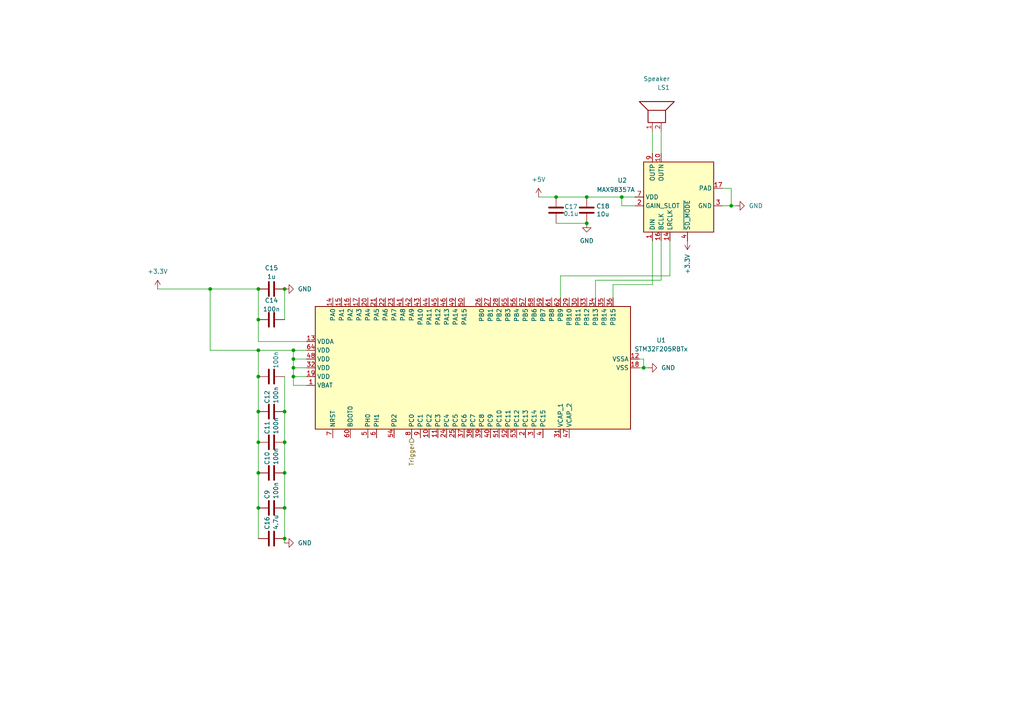
<source format=kicad_sch>
(kicad_sch (version 20250114) (generator "eeschema") (generator_version "9.0")
  (paper "A4")
  (lib_symbols
    (symbol "Audio:MAX98357A"
      (property "Reference" "U2" (at 4.826 14.986 90))
      (property "Value" "MAX98357A" (at 2.1433 12.7 90))
      (symbol "MAX98357A_1_1"
        (rectangle (start -10.16 10.16) (end 10.16 -10.16) (stroke (width 0.254)) (fill (type background)))
        (pin input line (at -12.7 7.62 0) (length 2.54) (name "DIN") (number "1"))
        (pin input line (at -12.7 5.08 0) (length 2.54) (name "BCLK") (number "16"))
        (pin input line (at -12.7 2.54 0) (length 2.54) (name "LRCLK") (number "14"))
        (pin input line (at -12.7 -2.54 0) (length 2.54) (name "~{SD_MODE}") (number "4"))
        (pin passive line (at -2.54 12.7 270) (length 2.54) (name "GAIN_SLOT") (number "2"))
        (pin passive line (at -2.54 -12.7 90) (length 2.54) (hide yes) (name "GND") (number "11"))
        (pin passive line (at -2.54 -12.7 90) (length 2.54) (hide yes) (name "GND") (number "15"))
        (pin power_in line (at -2.54 -12.7 90) (length 2.54) (name "GND") (number "3"))
        (pin power_in line (at 0 12.7 270) (length 2.54) (name "VDD") (number "7"))
        (pin passive line (at 0 12.7 270) (length 2.54) (hide yes) (name "VDD") (number "8"))
        (pin unspecified line (at 2.54 -12.7 90) (length 2.54) (name "PAD") (number "17"))
        (pin no_connect line (at 10.16 2.54 180) (length 2.54) (hide yes) (name "NC") (number "5"))
        (pin no_connect line (at 10.16 0 180) (length 2.54) (hide yes) (name "NC") (number "6"))
        (pin no_connect line (at 10.16 -5.08 180) (length 2.54) (hide yes) (name "NC") (number "12"))
        (pin no_connect line (at 10.16 -7.62 180) (length 2.54) (hide yes) (name "NC") (number "13"))
        (pin output line (at 12.7 7.62 180) (length 2.54) (name "OUTP") (number "9"))
        (pin output line (at 12.7 5.08 180) (length 2.54) (name "OUTN") (number "10"))
      )
    )
    (symbol "Device:C" (pin_numbers (hide yes)) (pin_names (offset 0.254))
      (property "Reference" "C" (at 0.635 2.54 0))
      (property "Value" "C" (at 0.635 -2.54 0))
      (symbol "C_0_1"
        (polyline (pts (xy -2.032 0.762) (xy 2.032 0.762)) (stroke (width 0.508)))
        (polyline (pts (xy -2.032 -0.762) (xy 2.032 -0.762)) (stroke (width 0.508)))
      )
      (symbol "C_1_1"
        (pin passive line (at 0 3.81 270) (length 2.794) (name "~") (number "1"))
        (pin passive line (at 0 -3.81 90) (length 2.794) (name "~") (number "2"))
      )
    )
    (symbol "Device:Speaker" (pin_names (offset 0) (hide yes))
      (property "Reference" "LS" (at 1.27 5.715 0))
      (property "Value" "Speaker" (at 1.27 3.81 0))
      (symbol "Speaker_0_0"
        (rectangle (start -2.54 1.27) (end 1.016 -3.81) (stroke (width 0.254)))
        (polyline (pts (xy 1.016 1.27) (xy 3.556 3.81) (xy 3.556 -6.35) (xy 1.016 -3.81)) (stroke (width 0.254)))
      )
      (symbol "Speaker_1_1"
        (pin input line (at -5.08 0 0) (length 2.54) (name "1") (number "1"))
        (pin input line (at -5.08 -2.54 0) (length 2.54) (name "2") (number "2"))
      )
    )
    (symbol "MCU_ST_STM32F2:STM32F205RBTx"
      (property "Reference" "U" (at -17.78 46.99 0))
      (property "Value" "STM32F205RBTx" (at 10.16 46.99 0))
      (symbol "STM32F205RBTx_0_1"
        (rectangle (start -17.78 -45.72) (end 17.78 45.72) (stroke (width 0.254)) (fill (type background)))
      )
      (symbol "STM32F205RBTx_1_1"
        (pin input line (at -20.32 40.64 0) (length 2.54) (name "NRST") (number "7"))
        (pin input line (at -20.32 35.56 0) (length 2.54) (name "BOOT0") (number "60"))
        (pin bidirectional line (at -20.32 30.48 0) (length 2.54) (name "PH0") (number "5"))
        (pin bidirectional line (at -20.32 27.94 0) (length 2.54) (name "PH1") (number "6"))
        (pin bidirectional line (at -20.32 22.86 0) (length 2.54) (name "PD2") (number "54"))
        (pin bidirectional line (at -20.32 17.78 0) (length 2.54) (name "PC0") (number "8"))
        (pin bidirectional line (at -20.32 15.24 0) (length 2.54) (name "PC1") (number "9"))
        (pin bidirectional line (at -20.32 12.7 0) (length 2.54) (name "PC2") (number "10"))
        (pin bidirectional line (at -20.32 10.16 0) (length 2.54) (name "PC3") (number "11"))
        (pin bidirectional line (at -20.32 7.62 0) (length 2.54) (name "PC4") (number "24"))
        (pin bidirectional line (at -20.32 5.08 0) (length 2.54) (name "PC5") (number "25"))
        (pin bidirectional line (at -20.32 2.54 0) (length 2.54) (name "PC6") (number "37"))
        (pin bidirectional line (at -20.32 0 0) (length 2.54) (name "PC7") (number "38"))
        (pin bidirectional line (at -20.32 -2.54 0) (length 2.54) (name "PC8") (number "39"))
        (pin bidirectional line (at -20.32 -5.08 0) (length 2.54) (name "PC9") (number "40"))
        (pin bidirectional line (at -20.32 -7.62 0) (length 2.54) (name "PC10") (number "51"))
        (pin bidirectional line (at -20.32 -10.16 0) (length 2.54) (name "PC11") (number "52"))
        (pin bidirectional line (at -20.32 -12.7 0) (length 2.54) (name "PC12") (number "53"))
        (pin bidirectional line (at -20.32 -15.24 0) (length 2.54) (name "PC13") (number "2"))
        (pin bidirectional line (at -20.32 -17.78 0) (length 2.54) (name "PC14") (number "3"))
        (pin bidirectional line (at -20.32 -20.32 0) (length 2.54) (name "PC15") (number "4"))
        (pin power_out line (at -20.32 -25.4 0) (length 2.54) (name "VCAP_1") (number "31"))
        (pin power_out line (at -20.32 -27.94 0) (length 2.54) (name "VCAP_2") (number "47"))
        (pin power_in line (at -5.08 48.26 270) (length 2.54) (name "VBAT") (number "1"))
        (pin power_in line (at -2.54 48.26 270) (length 2.54) (name "VDD") (number "19"))
        (pin power_in line (at 0 48.26 270) (length 2.54) (name "VDD") (number "32"))
        (pin power_in line (at 0 -48.26 90) (length 2.54) (name "VSS") (number "18"))
        (pin passive line (at 0 -48.26 90) (length 2.54) (hide yes) (name "VSS") (number "63"))
        (pin power_in line (at 2.54 48.26 270) (length 2.54) (name "VDD") (number "48"))
        (pin power_in line (at 2.54 -48.26 90) (length 2.54) (name "VSSA") (number "12"))
        (pin power_in line (at 5.08 48.26 270) (length 2.54) (name "VDD") (number "64"))
        (pin power_in line (at 7.62 48.26 270) (length 2.54) (name "VDDA") (number "13"))
        (pin bidirectional line (at 20.32 40.64 180) (length 2.54) (name "PA0") (number "14"))
        (pin bidirectional line (at 20.32 38.1 180) (length 2.54) (name "PA1") (number "15"))
        (pin bidirectional line (at 20.32 35.56 180) (length 2.54) (name "PA2") (number "16"))
        (pin bidirectional line (at 20.32 33.02 180) (length 2.54) (name "PA3") (number "17"))
        (pin bidirectional line (at 20.32 30.48 180) (length 2.54) (name "PA4") (number "20"))
        (pin bidirectional line (at 20.32 27.94 180) (length 2.54) (name "PA5") (number "21"))
        (pin bidirectional line (at 20.32 25.4 180) (length 2.54) (name "PA6") (number "22"))
        (pin bidirectional line (at 20.32 22.86 180) (length 2.54) (name "PA7") (number "23"))
        (pin bidirectional line (at 20.32 20.32 180) (length 2.54) (name "PA8") (number "41"))
        (pin bidirectional line (at 20.32 17.78 180) (length 2.54) (name "PA9") (number "42"))
        (pin bidirectional line (at 20.32 15.24 180) (length 2.54) (name "PA10") (number "43"))
        (pin bidirectional line (at 20.32 12.7 180) (length 2.54) (name "PA11") (number "44"))
        (pin bidirectional line (at 20.32 10.16 180) (length 2.54) (name "PA12") (number "45"))
        (pin bidirectional line (at 20.32 7.62 180) (length 2.54) (name "PA13") (number "46"))
        (pin bidirectional line (at 20.32 5.08 180) (length 2.54) (name "PA14") (number "49"))
        (pin bidirectional line (at 20.32 2.54 180) (length 2.54) (name "PA15") (number "50"))
        (pin bidirectional line (at 20.32 -2.54 180) (length 2.54) (name "PB0") (number "26"))
        (pin bidirectional line (at 20.32 -5.08 180) (length 2.54) (name "PB1") (number "27"))
        (pin bidirectional line (at 20.32 -7.62 180) (length 2.54) (name "PB2") (number "28"))
        (pin bidirectional line (at 20.32 -10.16 180) (length 2.54) (name "PB3") (number "55"))
        (pin bidirectional line (at 20.32 -12.7 180) (length 2.54) (name "PB4") (number "56"))
        (pin bidirectional line (at 20.32 -15.24 180) (length 2.54) (name "PB5") (number "57"))
        (pin bidirectional line (at 20.32 -17.78 180) (length 2.54) (name "PB6") (number "58"))
        (pin bidirectional line (at 20.32 -20.32 180) (length 2.54) (name "PB7") (number "59"))
        (pin bidirectional line (at 20.32 -22.86 180) (length 2.54) (name "PB8") (number "61"))
        (pin bidirectional line (at 20.32 -25.4 180) (length 2.54) (name "PB9") (number "62"))
        (pin bidirectional line (at 20.32 -27.94 180) (length 2.54) (name "PB10") (number "29"))
        (pin bidirectional line (at 20.32 -30.48 180) (length 2.54) (name "PB11") (number "30"))
        (pin bidirectional line (at 20.32 -33.02 180) (length 2.54) (name "PB12") (number "33"))
        (pin bidirectional line (at 20.32 -35.56 180) (length 2.54) (name "PB13") (number "34"))
        (pin bidirectional line (at 20.32 -38.1 180) (length 2.54) (name "PB14") (number "35"))
        (pin bidirectional line (at 20.32 -40.64 180) (length 2.54) (name "PB15") (number "36"))
      )
    )
    (symbol "power:+3.3V" (power) (pin_numbers (hide yes)) (pin_names (offset 0) (hide yes))
      (property "Value" "+3.3V" (at 0 3.556 0))
      (symbol "+3.3V_0_1"
        (polyline (pts (xy -0.762 1.27) (xy 0 2.54)))
        (polyline (pts (xy 0 2.54) (xy 0.762 1.27)))
        (polyline (pts (xy 0 0) (xy 0 2.54)))
      )
      (symbol "+3.3V_1_1"
        (pin power_in line (at 0 0 90) (length 0) (name "~") (number "1"))
      )
    )
    (symbol "power:+5V" (power) (pin_numbers (hide yes)) (pin_names (offset 0) (hide yes))
      (property "Value" "+5V" (at 0 3.556 0))
      (symbol "+5V_0_1"
        (polyline (pts (xy -0.762 1.27) (xy 0 2.54)))
        (polyline (pts (xy 0 2.54) (xy 0.762 1.27)))
        (polyline (pts (xy 0 0) (xy 0 2.54)))
      )
      (symbol "+5V_1_1"
        (pin power_in line (at 0 0 90) (length 0) (name "~") (number "1"))
      )
    )
    (symbol "power:GND" (power) (pin_numbers (hide yes)) (pin_names (offset 0) (hide yes))
      (property "Value" "GND" (at 0 -3.81 0))
      (symbol "GND_0_1"
        (polyline (pts (xy 0 0) (xy 0 -1.27) (xy 1.27 -1.27) (xy 0 -2.54) (xy -1.27 -1.27) (xy 0 -1.27)))
      )
      (symbol "GND_1_1"
        (pin power_in line (at 0 0 270) (length 0) (name "~") (number "1"))
      )
    )
  )
  (junction (at 74.93 109.22))
  (junction (at 186.69 106.68))
  (junction (at 74.93 83.82))
  (junction (at 85.09 101.6))
  (junction (at 82.55 119.38))
  (junction (at 82.55 128.27))
  (junction (at 74.93 119.38))
  (junction (at 85.09 104.14))
  (junction (at 74.93 128.27))
  (junction (at 85.09 106.68))
  (junction (at 170.18 57.15))
  (junction (at 82.55 83.82))
  (junction (at 82.55 156.21))
  (junction (at 170.18 64.77))
  (junction (at 74.93 137.16))
  (junction (at 180.34 57.15))
  (junction (at 74.93 101.6))
  (junction (at 212.09 59.69))
  (junction (at 85.09 109.22))
  (junction (at 161.29 57.15))
  (junction (at 82.55 137.16))
  (junction (at 60.96 83.82))
  (junction (at 74.93 92.71))
  (junction (at 74.93 147.32))
  (junction (at 82.55 147.32))
  (wire (pts (xy 82.55 137.16) (xy 82.55 147.32)))
  (wire (pts (xy 187.96 106.68) (xy 186.69 106.68)))
  (wire (pts (xy 45.72 83.82) (xy 60.96 83.82)))
  (wire (pts (xy 162.56 86.36) (xy 162.56 80.01)))
  (wire (pts (xy 172.72 86.36) (xy 172.72 81.28)))
  (wire (pts (xy 74.93 83.82) (xy 74.93 92.71)))
  (wire (pts (xy 74.93 99.06) (xy 88.9 99.06)))
  (wire (pts (xy 85.09 109.22) (xy 85.09 111.76)))
  (wire (pts (xy 213.36 59.69) (xy 212.09 59.69)))
  (wire (pts (xy 60.96 83.82) (xy 60.96 101.6)))
  (wire (pts (xy 189.23 82.55) (xy 189.23 69.85)))
  (wire (pts (xy 170.18 57.15) (xy 180.34 57.15)))
  (wire (pts (xy 74.93 101.6) (xy 85.09 101.6)))
  (wire (pts (xy 85.09 104.14) (xy 88.9 104.14)))
  (wire (pts (xy 186.69 104.14) (xy 185.42 104.14)))
  (wire (pts (xy 74.93 147.32) (xy 74.93 156.21)))
  (wire (pts (xy 85.09 106.68) (xy 88.9 106.68)))
  (wire (pts (xy 85.09 111.76) (xy 88.9 111.76)))
  (wire (pts (xy 74.93 128.27) (xy 74.93 137.16)))
  (wire (pts (xy 82.55 156.21) (xy 82.55 157.48)))
  (wire (pts (xy 212.09 54.61) (xy 212.09 59.69)))
  (wire (pts (xy 191.77 81.28) (xy 191.77 69.85)))
  (wire (pts (xy 85.09 101.6) (xy 88.9 101.6)))
  (wire (pts (xy 194.31 80.01) (xy 194.31 69.85)))
  (wire (pts (xy 180.34 59.69) (xy 184.15 59.69)))
  (wire (pts (xy 85.09 104.14) (xy 85.09 106.68)))
  (wire (pts (xy 180.34 57.15) (xy 180.34 59.69)))
  (wire (pts (xy 156.21 57.15) (xy 161.29 57.15)))
  (wire (pts (xy 74.93 101.6) (xy 74.93 109.22)))
  (wire (pts (xy 74.93 92.71) (xy 74.93 99.06)))
  (wire (pts (xy 85.09 106.68) (xy 85.09 109.22)))
  (wire (pts (xy 186.69 106.68) (xy 185.42 106.68)))
  (wire (pts (xy 172.72 81.28) (xy 191.77 81.28)))
  (wire (pts (xy 85.09 109.22) (xy 88.9 109.22)))
  (wire (pts (xy 60.96 101.6) (xy 74.93 101.6)))
  (wire (pts (xy 74.93 109.22) (xy 74.93 119.38)))
  (wire (pts (xy 194.31 80.01) (xy 162.56 80.01)))
  (wire (pts (xy 186.69 104.14) (xy 186.69 106.68)))
  (wire (pts (xy 209.55 54.61) (xy 212.09 54.61)))
  (wire (pts (xy 82.55 147.32) (xy 82.55 156.21)))
  (wire (pts (xy 177.8 86.36) (xy 177.8 82.55)))
  (wire (pts (xy 82.55 128.27) (xy 82.55 137.16)))
  (wire (pts (xy 191.77 44.45) (xy 191.77 38.1)))
  (wire (pts (xy 189.23 44.45) (xy 189.23 38.1)))
  (wire (pts (xy 82.55 109.22) (xy 82.55 119.38)))
  (wire (pts (xy 85.09 101.6) (xy 85.09 104.14)))
  (wire (pts (xy 74.93 137.16) (xy 74.93 147.32)))
  (wire (pts (xy 161.29 57.15) (xy 170.18 57.15)))
  (wire (pts (xy 74.93 119.38) (xy 74.93 128.27)))
  (wire (pts (xy 177.8 82.55) (xy 189.23 82.55)))
  (wire (pts (xy 60.96 83.82) (xy 74.93 83.82)))
  (wire (pts (xy 212.09 59.69) (xy 209.55 59.69)))
  (wire (pts (xy 161.29 64.77) (xy 170.18 64.77)))
  (wire (pts (xy 82.55 83.82) (xy 82.55 92.71)))
  (wire (pts (xy 180.34 57.15) (xy 184.15 57.15)))
  (wire (pts (xy 82.55 119.38) (xy 82.55 128.27)))
  (hierarchical_label "Trigger" (shape input) (at 119.38 127 270))
  (symbol (lib_id "power:+3.3V") (at 45.72 83.82 0) (unit 1)
    (property "Reference" "#PWR06" (effects (hide yes)))
    (property "Value" "+3.3V" (at 45.72 78.74 0))
    (property "Description" "Power symbol creates a global label with name \"+3.3V\"" (effects (hide yes)))
  )
  (symbol (lib_id "power:GND") (at 82.55 83.82 90) (unit 1)
    (property "Reference" "#PWR013" (effects (hide yes)))
    (property "Value" "GND" (at 86.36 83.8199 90) (effects (justify right)))
    (property "Description" "Power symbol creates a global label with name \"GND\" , ground" (effects (hide yes)))
  )
  (symbol (lib_id "Device:C") (at 78.74 137.16 90) (unit 1)
    (property "Reference" "C10" (at 77.47 134.874 0) (effects (justify left)))
    (property "Value" "100n" (at 80.01 134.874 0) (effects (justify left)))
    (property "Description" "Unpolarized capacitor" (effects (hide yes)))
  )
  (symbol (lib_id "power:GND") (at 82.55 157.48 90) (unit 1)
    (property "Reference" "#PWR011" (effects (hide yes)))
    (property "Value" "GND" (at 86.36 157.4799 90) (effects (justify right)))
    (property "Description" "Power symbol creates a global label with name \"GND\" , ground" (effects (hide yes)))
  )
  (symbol (lib_id "MCU_ST_STM32F2:STM32F205RBTx") (at 137.16 106.68 90) (unit 1)
    (property "Reference" "U1" (at 191.77 98.6946 90))
    (property "Value" "STM32F205RBTx" (at 191.77 101.2346 90))
    (property "Footprint" "Package_QFP:LQFP-64_10x10mm_P0.5mm" (effects (hide yes)))
    (property "Datasheet" "https://www.st.com/resource/en/datasheet/stm32f205rb.pdf" (effects (hide yes)))
    (property "Description" "STMicroelectronics Arm Cortex-M3 MCU, 128KB flash, 64KB RAM, 120 MHz, 1.8-3.6V, 51 GPIO, LQFP64" (effects (hide yes)))
  )
  (symbol (lib_id "power:GND") (at 187.96 106.68 90) (unit 1)
    (property "Reference" "#PWR012" (effects (hide yes)))
    (property "Value" "GND" (at 191.77 106.6799 90) (effects (justify right)))
    (property "Description" "Power symbol creates a global label with name \"GND\" , ground" (effects (hide yes)))
  )
  (symbol (lib_id "power:GND") (at 170.18 64.77 0) (unit 1)
    (property "Reference" "#PWR014" (effects (hide yes)))
    (property "Value" "GND" (at 170.18 69.85 0))
    (property "Description" "Power symbol creates a global label with name \"GND\" , ground" (effects (hide yes)))
  )
  (symbol (lib_id "power:GND") (at 213.36 59.69 90) (unit 1)
    (property "Reference" "#PWR010" (effects (hide yes)))
    (property "Value" "GND" (at 217.17 59.6899 90) (effects (justify right)))
    (property "Description" "Power symbol creates a global label with name \"GND\" , ground" (effects (hide yes)))
  )
  (symbol (lib_id "power:+5V") (at 156.21 57.15 0) (unit 1)
    (property "Reference" "#PWR018" (effects (hide yes)))
    (property "Value" "+5V" (at 156.21 52.07 0))
    (property "Description" "Power symbol creates a global label with name \"+5V\"" (effects (hide yes)))
  )
  (symbol (lib_id "Device:C") (at 78.74 83.82 270) (unit 1)
    (property "Reference" "C15" (at 78.74 77.724 90))
    (property "Value" "1u" (at 78.74 80.264 90))
    (property "Description" "Unpolarized capacitor" (effects (hide yes)))
  )
  (symbol (lib_id "Device:C") (at 78.74 156.21 90) (unit 1)
    (property "Reference" "C16" (at 77.47 153.67 0) (effects (justify left)))
    (property "Value" "4.7u'" (at 80.01 153.67 0) (effects (justify left)))
    (property "Description" "Unpolarized capacitor" (effects (hide yes)))
  )
  (symbol (lib_id "Device:C") (at 78.74 109.22 90) (unit 1)
    (property "Reference" "C13" (effects (hide yes)))
    (property "Value" "100n" (at 80.01 106.934 0) (effects (justify left)))
    (property "Description" "Unpolarized capacitor" (effects (hide yes)))
  )
  (symbol (lib_id "Device:C") (at 78.74 92.71 270) (unit 1)
    (property "Reference" "C14" (at 78.74 87.122 90))
    (property "Value" "100n" (at 78.74 89.662 90))
    (property "Description" "Unpolarized capacitor" (effects (hide yes)))
  )
  (symbol (lib_id "Device:C") (at 170.18 60.96 180) (unit 1)
    (property "Reference" "C18" (at 174.879 59.817 0))
    (property "Value" "10u" (at 174.879 62.103 0))
    (property "Description" "Unpolarized capacitor" (effects (hide yes)))
  )
  (symbol (lib_id "Device:C") (at 78.74 128.27 90) (unit 1)
    (property "Reference" "C11" (at 77.47 125.984 0) (effects (justify left)))
    (property "Value" "100n" (at 80.01 125.984 0) (effects (justify left)))
    (property "Description" "Unpolarized capacitor" (effects (hide yes)))
  )
  (symbol (lib_id "Device:C") (at 161.29 60.96 180) (unit 1)
    (property "Reference" "C17" (at 165.608 59.944 0))
    (property "Value" "0.1u" (at 165.608 61.976 0))
    (property "Description" "Unpolarized capacitor" (effects (hide yes)))
  )
  (symbol (lib_id "power:+3.3V") (at 199.39 69.85 180) (unit 1)
    (property "Reference" "#PWR019" (effects (hide yes)))
    (property "Value" "+3.3V" (at 199.3901 73.66 90) (effects (justify left)))
    (property "Description" "Power symbol creates a global label with name \"+3.3V\"" (effects (hide yes)))
  )
  (symbol (lib_id "Device:C") (at 78.74 147.32 90) (unit 1)
    (property "Reference" "C9" (at 77.47 144.78 0) (effects (justify left)))
    (property "Value" "100n" (at 80.01 144.78 0) (effects (justify left)))
    (property "Description" "Unpolarized capacitor" (effects (hide yes)))
  )
  (symbol (lib_id "Device:Speaker") (at 189.23 33.02 90) (unit 1)
    (property "Reference" "LS1" (at 194.31 25.4001 90) (effects (justify left)))
    (property "Value" "Speaker" (at 194.31 22.8601 90) (effects (justify left)))
    (property "Description" "Speaker" (effects (hide yes)))
  )
  (symbol (lib_id "Audio:MAX98357A") (at 196.85 57.15 90) (unit 1)
    (property "Reference" "U2" (at 181.864 52.324 90) (effects (justify left)))
    (property "Value" "MAX98357A" (at 184.15 55.0067 90) (effects (justify left)))
    (property "Footprint" "Package_DFN_QFN:TQFN-16-1EP_3x3mm_P0.5mm_EP1.23x1.23mm" (effects (hide yes)))
    (property "Datasheet" "https://www.analog.com/media/en/technical-documentation/data-sheets/MAX98357A-MAX98357B.pdf" (effects (hide yes)))
    (property "Description" "Mono DAC with amplifier, I2S, PCM, TDM, 32-bit, 96khz, 3.2W, TQFP-16" (effects (hide yes)))
  )
  (symbol (lib_id "Device:C") (at 78.74 119.38 90) (unit 1)
    (property "Reference" "C12" (at 77.47 117.094 0) (effects (justify left)))
    (property "Value" "100n" (at 80.01 117.094 0) (effects (justify left)))
    (property "Description" "Unpolarized capacitor" (effects (hide yes)))
  )
)
</source>
